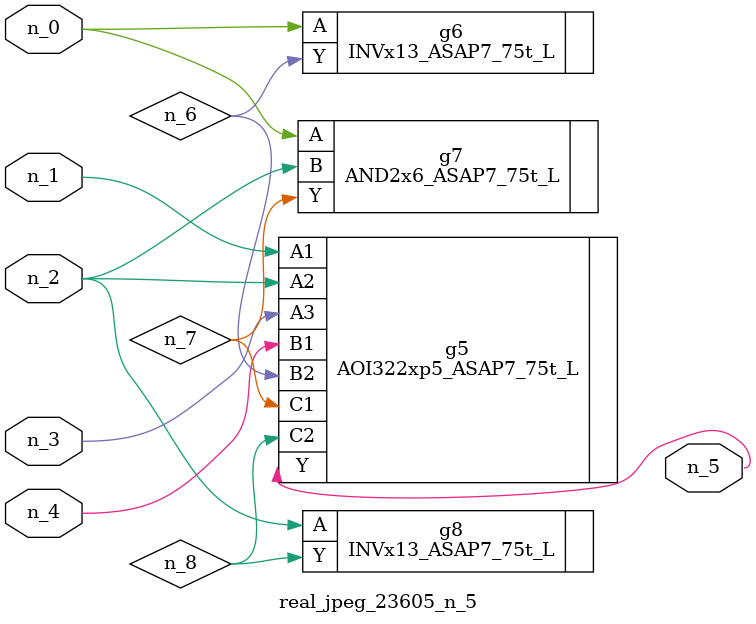
<source format=v>
module real_jpeg_23605_n_5 (n_4, n_0, n_1, n_2, n_3, n_5);

input n_4;
input n_0;
input n_1;
input n_2;
input n_3;

output n_5;

wire n_8;
wire n_6;
wire n_7;

INVx13_ASAP7_75t_L g6 ( 
.A(n_0),
.Y(n_6)
);

AND2x6_ASAP7_75t_L g7 ( 
.A(n_0),
.B(n_2),
.Y(n_7)
);

AOI322xp5_ASAP7_75t_L g5 ( 
.A1(n_1),
.A2(n_2),
.A3(n_3),
.B1(n_4),
.B2(n_6),
.C1(n_7),
.C2(n_8),
.Y(n_5)
);

INVx13_ASAP7_75t_L g8 ( 
.A(n_2),
.Y(n_8)
);


endmodule
</source>
